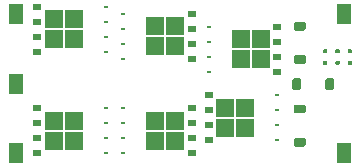
<source format=gbr>
%TF.GenerationSoftware,KiCad,Pcbnew,(5.1.6)-1*%
%TF.CreationDate,2020-09-03T16:30:16-07:00*%
%TF.ProjectId,SinESC-Multi-2.3B,53696e45-5343-42d4-9d75-6c74692d322e,1.0A*%
%TF.SameCoordinates,Original*%
%TF.FileFunction,Paste,Bot*%
%TF.FilePolarity,Positive*%
%FSLAX46Y46*%
G04 Gerber Fmt 4.6, Leading zero omitted, Abs format (unit mm)*
G04 Created by KiCad (PCBNEW (5.1.6)-1) date 2020-09-03 16:30:16*
%MOMM*%
%LPD*%
G01*
G04 APERTURE LIST*
%ADD10R,0.750000X0.500000*%
%ADD11R,1.500000X1.500000*%
%ADD12R,0.410000X0.200000*%
%ADD13R,1.200000X1.800000*%
G04 APERTURE END LIST*
%TO.C,R12*%
G36*
G01*
X39775000Y-27075000D02*
X40525000Y-27075000D01*
G75*
G02*
X40675000Y-27225000I0J-150000D01*
G01*
X40675000Y-27675000D01*
G75*
G02*
X40525000Y-27825000I-150000J0D01*
G01*
X39775000Y-27825000D01*
G75*
G02*
X39625000Y-27675000I0J150000D01*
G01*
X39625000Y-27225000D01*
G75*
G02*
X39775000Y-27075000I150000J0D01*
G01*
G37*
G36*
G01*
X39775000Y-24275000D02*
X40525000Y-24275000D01*
G75*
G02*
X40675000Y-24425000I0J-150000D01*
G01*
X40675000Y-24875000D01*
G75*
G02*
X40525000Y-25025000I-150000J0D01*
G01*
X39775000Y-25025000D01*
G75*
G02*
X39625000Y-24875000I0J150000D01*
G01*
X39625000Y-24425000D01*
G75*
G02*
X39775000Y-24275000I150000J0D01*
G01*
G37*
%TD*%
%TO.C,C33*%
G36*
G01*
X42196500Y-20558000D02*
X42403500Y-20558000D01*
G75*
G02*
X42492000Y-20646500I0J-88500D01*
G01*
X42492000Y-20823500D01*
G75*
G02*
X42403500Y-20912000I-88500J0D01*
G01*
X42196500Y-20912000D01*
G75*
G02*
X42108000Y-20823500I0J88500D01*
G01*
X42108000Y-20646500D01*
G75*
G02*
X42196500Y-20558000I88500J0D01*
G01*
G37*
G36*
G01*
X42196500Y-19588000D02*
X42403500Y-19588000D01*
G75*
G02*
X42492000Y-19676500I0J-88500D01*
G01*
X42492000Y-19853500D01*
G75*
G02*
X42403500Y-19942000I-88500J0D01*
G01*
X42196500Y-19942000D01*
G75*
G02*
X42108000Y-19853500I0J88500D01*
G01*
X42108000Y-19676500D01*
G75*
G02*
X42196500Y-19588000I88500J0D01*
G01*
G37*
%TD*%
%TO.C,C31*%
G36*
G01*
X43246500Y-20558000D02*
X43453500Y-20558000D01*
G75*
G02*
X43542000Y-20646500I0J-88500D01*
G01*
X43542000Y-20823500D01*
G75*
G02*
X43453500Y-20912000I-88500J0D01*
G01*
X43246500Y-20912000D01*
G75*
G02*
X43158000Y-20823500I0J88500D01*
G01*
X43158000Y-20646500D01*
G75*
G02*
X43246500Y-20558000I88500J0D01*
G01*
G37*
G36*
G01*
X43246500Y-19588000D02*
X43453500Y-19588000D01*
G75*
G02*
X43542000Y-19676500I0J-88500D01*
G01*
X43542000Y-19853500D01*
G75*
G02*
X43453500Y-19942000I-88500J0D01*
G01*
X43246500Y-19942000D01*
G75*
G02*
X43158000Y-19853500I0J88500D01*
G01*
X43158000Y-19676500D01*
G75*
G02*
X43246500Y-19588000I88500J0D01*
G01*
G37*
%TD*%
%TO.C,C32*%
G36*
G01*
X44296500Y-20558000D02*
X44503500Y-20558000D01*
G75*
G02*
X44592000Y-20646500I0J-88500D01*
G01*
X44592000Y-20823500D01*
G75*
G02*
X44503500Y-20912000I-88500J0D01*
G01*
X44296500Y-20912000D01*
G75*
G02*
X44208000Y-20823500I0J88500D01*
G01*
X44208000Y-20646500D01*
G75*
G02*
X44296500Y-20558000I88500J0D01*
G01*
G37*
G36*
G01*
X44296500Y-19588000D02*
X44503500Y-19588000D01*
G75*
G02*
X44592000Y-19676500I0J-88500D01*
G01*
X44592000Y-19853500D01*
G75*
G02*
X44503500Y-19942000I-88500J0D01*
G01*
X44296500Y-19942000D01*
G75*
G02*
X44208000Y-19853500I0J88500D01*
G01*
X44208000Y-19676500D01*
G75*
G02*
X44296500Y-19588000I88500J0D01*
G01*
G37*
%TD*%
D10*
%TO.C,Q3*%
X38255000Y-17695000D03*
X38255000Y-18965000D03*
X38255000Y-20235000D03*
X38255000Y-21505000D03*
D11*
X35150000Y-18750000D03*
X35150000Y-20450000D03*
X36850000Y-18750000D03*
X36850000Y-20450000D03*
D12*
X32450000Y-17695000D03*
X32450000Y-18965000D03*
X32450000Y-20235000D03*
X32450000Y-21505000D03*
%TD*%
D13*
%TO.C,J5*%
X43900000Y-28400000D03*
%TD*%
%TO.C,J4*%
X43900000Y-16600000D03*
%TD*%
%TO.C,J3*%
X16100000Y-28400000D03*
%TD*%
%TO.C,J2*%
X16100000Y-22500000D03*
%TD*%
%TO.C,J1*%
X16100000Y-16600000D03*
%TD*%
D10*
%TO.C,Q1*%
X31005000Y-16595000D03*
X31005000Y-17865000D03*
X31005000Y-19135000D03*
X31005000Y-20405000D03*
D11*
X27900000Y-17650000D03*
X27900000Y-19350000D03*
X29600000Y-17650000D03*
X29600000Y-19350000D03*
D12*
X25200000Y-16595000D03*
X25200000Y-17865000D03*
X25200000Y-19135000D03*
X25200000Y-20405000D03*
%TD*%
D10*
%TO.C,Q2*%
X17945000Y-19805000D03*
X17945000Y-18535000D03*
X17945000Y-17265000D03*
X17945000Y-15995000D03*
D11*
X21050000Y-18750000D03*
X21050000Y-17050000D03*
X19350000Y-18750000D03*
X19350000Y-17050000D03*
D12*
X23750000Y-19805000D03*
X23750000Y-18535000D03*
X23750000Y-17265000D03*
X23750000Y-15995000D03*
%TD*%
%TO.C,Q4*%
X38250000Y-23495000D03*
X38250000Y-24765000D03*
X38250000Y-26035000D03*
X38250000Y-27305000D03*
D11*
X33850000Y-24550000D03*
X33850000Y-26250000D03*
X35550000Y-24550000D03*
X35550000Y-26250000D03*
D10*
X32445000Y-23495000D03*
X32445000Y-24765000D03*
X32445000Y-26035000D03*
X32445000Y-27305000D03*
%TD*%
%TO.C,Q5*%
X31005000Y-24595000D03*
X31005000Y-25865000D03*
X31005000Y-27135000D03*
X31005000Y-28405000D03*
D11*
X27900000Y-25650000D03*
X27900000Y-27350000D03*
X29600000Y-25650000D03*
X29600000Y-27350000D03*
D12*
X25200000Y-24595000D03*
X25200000Y-25865000D03*
X25200000Y-27135000D03*
X25200000Y-28405000D03*
%TD*%
D10*
%TO.C,Q6*%
X17945000Y-28405000D03*
X17945000Y-27135000D03*
X17945000Y-25865000D03*
X17945000Y-24595000D03*
D11*
X21050000Y-27350000D03*
X21050000Y-25650000D03*
X19350000Y-27350000D03*
X19350000Y-25650000D03*
D12*
X23750000Y-28405000D03*
X23750000Y-27135000D03*
X23750000Y-25865000D03*
X23750000Y-24595000D03*
%TD*%
%TO.C,R3*%
G36*
G01*
X40525000Y-18025000D02*
X39775000Y-18025000D01*
G75*
G02*
X39625000Y-17875000I0J150000D01*
G01*
X39625000Y-17425000D01*
G75*
G02*
X39775000Y-17275000I150000J0D01*
G01*
X40525000Y-17275000D01*
G75*
G02*
X40675000Y-17425000I0J-150000D01*
G01*
X40675000Y-17875000D01*
G75*
G02*
X40525000Y-18025000I-150000J0D01*
G01*
G37*
G36*
G01*
X40525000Y-20825000D02*
X39775000Y-20825000D01*
G75*
G02*
X39625000Y-20675000I0J150000D01*
G01*
X39625000Y-20225000D01*
G75*
G02*
X39775000Y-20075000I150000J0D01*
G01*
X40525000Y-20075000D01*
G75*
G02*
X40675000Y-20225000I0J-150000D01*
G01*
X40675000Y-20675000D01*
G75*
G02*
X40525000Y-20825000I-150000J0D01*
G01*
G37*
%TD*%
%TO.C,R7*%
G36*
G01*
X40275000Y-22175000D02*
X40275000Y-22925000D01*
G75*
G02*
X40125000Y-23075000I-150000J0D01*
G01*
X39675000Y-23075000D01*
G75*
G02*
X39525000Y-22925000I0J150000D01*
G01*
X39525000Y-22175000D01*
G75*
G02*
X39675000Y-22025000I150000J0D01*
G01*
X40125000Y-22025000D01*
G75*
G02*
X40275000Y-22175000I0J-150000D01*
G01*
G37*
G36*
G01*
X43075000Y-22175000D02*
X43075000Y-22925000D01*
G75*
G02*
X42925000Y-23075000I-150000J0D01*
G01*
X42475000Y-23075000D01*
G75*
G02*
X42325000Y-22925000I0J150000D01*
G01*
X42325000Y-22175000D01*
G75*
G02*
X42475000Y-22025000I150000J0D01*
G01*
X42925000Y-22025000D01*
G75*
G02*
X43075000Y-22175000I0J-150000D01*
G01*
G37*
%TD*%
M02*

</source>
